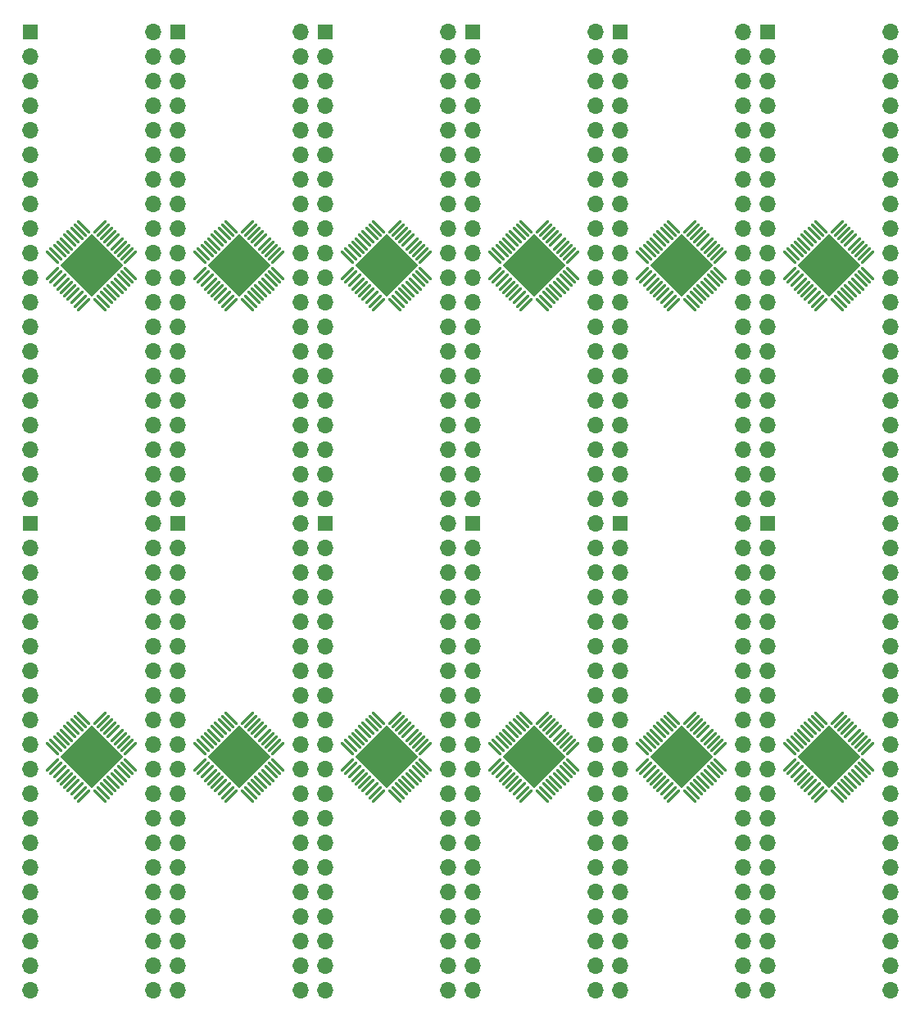
<source format=gts>
%TF.GenerationSoftware,KiCad,Pcbnew,7.0.6*%
%TF.CreationDate,2023-08-27T21:43:50+09:00*%
%TF.ProjectId,QFN40_6x6_DIP_panelized,51464e34-305f-4367-9836-5f4449505f70,rev?*%
%TF.SameCoordinates,Original*%
%TF.FileFunction,Soldermask,Top*%
%TF.FilePolarity,Negative*%
%FSLAX46Y46*%
G04 Gerber Fmt 4.6, Leading zero omitted, Abs format (unit mm)*
G04 Created by KiCad (PCBNEW 7.0.6) date 2023-08-27 21:43:50*
%MOMM*%
%LPD*%
G01*
G04 APERTURE LIST*
G04 Aperture macros list*
%AMRoundRect*
0 Rectangle with rounded corners*
0 $1 Rounding radius*
0 $2 $3 $4 $5 $6 $7 $8 $9 X,Y pos of 4 corners*
0 Add a 4 corners polygon primitive as box body*
4,1,4,$2,$3,$4,$5,$6,$7,$8,$9,$2,$3,0*
0 Add four circle primitives for the rounded corners*
1,1,$1+$1,$2,$3*
1,1,$1+$1,$4,$5*
1,1,$1+$1,$6,$7*
1,1,$1+$1,$8,$9*
0 Add four rect primitives between the rounded corners*
20,1,$1+$1,$2,$3,$4,$5,0*
20,1,$1+$1,$4,$5,$6,$7,0*
20,1,$1+$1,$6,$7,$8,$9,0*
20,1,$1+$1,$8,$9,$2,$3,0*%
%AMRotRect*
0 Rectangle, with rotation*
0 The origin of the aperture is its center*
0 $1 length*
0 $2 width*
0 $3 Rotation angle, in degrees counterclockwise*
0 Add horizontal line*
21,1,$1,$2,0,0,$3*%
G04 Aperture macros list end*
%ADD10R,1.600000X1.600000*%
%ADD11O,1.700000X1.700000*%
%ADD12RoundRect,0.062500X-0.645235X0.556847X0.556847X-0.645235X0.645235X-0.556847X-0.556847X0.645235X0*%
%ADD13RoundRect,0.062500X-0.645235X-0.556847X-0.556847X-0.645235X0.645235X0.556847X0.556847X0.645235X0*%
%ADD14RoundRect,0.800000X-1.697056X0.000000X0.000000X-1.697056X1.697056X0.000000X0.000000X1.697056X0*%
%ADD15RotRect,4.600000X4.600000X315.000000*%
G04 APERTURE END LIST*
D10*
X114300000Y-96520000D03*
D11*
X114300000Y-99060000D03*
X114300000Y-101600000D03*
X114300000Y-104140000D03*
X114300000Y-106680000D03*
X114300000Y-109220000D03*
X114300000Y-111760000D03*
X114300000Y-114300000D03*
X114300000Y-116840000D03*
X114300000Y-119380000D03*
X114300000Y-121920000D03*
X114300000Y-124460000D03*
X114300000Y-127000000D03*
X114300000Y-129540000D03*
X114300000Y-132080000D03*
X114300000Y-134620000D03*
X114300000Y-137160000D03*
X114300000Y-139700000D03*
X114300000Y-142240000D03*
X114300000Y-144780000D03*
X127000000Y-96520000D03*
X127000000Y-99060000D03*
X127000000Y-101600000D03*
X127000000Y-104140000D03*
X127000000Y-106680000D03*
X127000000Y-109220000D03*
X127000000Y-111760000D03*
X127000000Y-114300000D03*
X127000000Y-116840000D03*
X127000000Y-119380000D03*
X127000000Y-121920000D03*
X127000000Y-124460000D03*
X127000000Y-127000000D03*
X127000000Y-129540000D03*
X127000000Y-132080000D03*
X127000000Y-134620000D03*
X127000000Y-137160000D03*
X127000000Y-139700000D03*
X127000000Y-142240000D03*
X127000000Y-144780000D03*
D10*
X129540000Y-96520000D03*
D11*
X129540000Y-99060000D03*
X129540000Y-101600000D03*
X129540000Y-104140000D03*
X129540000Y-106680000D03*
X129540000Y-109220000D03*
X129540000Y-111760000D03*
X129540000Y-114300000D03*
X129540000Y-116840000D03*
X129540000Y-119380000D03*
X129540000Y-121920000D03*
X129540000Y-124460000D03*
X129540000Y-127000000D03*
X129540000Y-129540000D03*
X129540000Y-132080000D03*
X129540000Y-134620000D03*
X129540000Y-137160000D03*
X129540000Y-139700000D03*
X129540000Y-142240000D03*
X129540000Y-144780000D03*
X142240000Y-96520000D03*
X142240000Y-99060000D03*
X142240000Y-101600000D03*
X142240000Y-104140000D03*
X142240000Y-106680000D03*
X142240000Y-109220000D03*
X142240000Y-111760000D03*
X142240000Y-114300000D03*
X142240000Y-116840000D03*
X142240000Y-119380000D03*
X142240000Y-121920000D03*
X142240000Y-124460000D03*
X142240000Y-127000000D03*
X142240000Y-129540000D03*
X142240000Y-132080000D03*
X142240000Y-134620000D03*
X142240000Y-137160000D03*
X142240000Y-139700000D03*
X142240000Y-142240000D03*
X142240000Y-144780000D03*
D12*
X104570311Y-116628330D03*
X104216757Y-116981884D03*
X103863204Y-117335437D03*
X103509651Y-117688990D03*
X103156097Y-118042544D03*
X102802544Y-118396097D03*
X102448990Y-118749651D03*
X102095437Y-119103204D03*
X101741884Y-119456757D03*
X101388330Y-119810311D03*
D13*
X101388330Y-121489689D03*
X101741884Y-121843243D03*
X102095437Y-122196796D03*
X102448990Y-122550349D03*
X102802544Y-122903903D03*
X103156097Y-123257456D03*
X103509651Y-123611010D03*
X103863204Y-123964563D03*
X104216757Y-124318116D03*
X104570311Y-124671670D03*
D12*
X106249689Y-124671670D03*
X106603243Y-124318116D03*
X106956796Y-123964563D03*
X107310349Y-123611010D03*
X107663903Y-123257456D03*
X108017456Y-122903903D03*
X108371010Y-122550349D03*
X108724563Y-122196796D03*
X109078116Y-121843243D03*
X109431670Y-121489689D03*
D13*
X109431670Y-119810311D03*
X109078116Y-119456757D03*
X108724563Y-119103204D03*
X108371010Y-118749651D03*
X108017456Y-118396097D03*
X107663903Y-118042544D03*
X107310349Y-117688990D03*
X106956796Y-117335437D03*
X106603243Y-116981884D03*
X106249689Y-116628330D03*
D14*
X105410000Y-120650000D03*
D15*
X105410000Y-120650000D03*
D10*
X99060000Y-96520000D03*
D11*
X99060000Y-99060000D03*
X99060000Y-101600000D03*
X99060000Y-104140000D03*
X99060000Y-106680000D03*
X99060000Y-109220000D03*
X99060000Y-111760000D03*
X99060000Y-114300000D03*
X99060000Y-116840000D03*
X99060000Y-119380000D03*
X99060000Y-121920000D03*
X99060000Y-124460000D03*
X99060000Y-127000000D03*
X99060000Y-129540000D03*
X99060000Y-132080000D03*
X99060000Y-134620000D03*
X99060000Y-137160000D03*
X99060000Y-139700000D03*
X99060000Y-142240000D03*
X99060000Y-144780000D03*
X81280000Y-96520000D03*
X81280000Y-99060000D03*
X81280000Y-101600000D03*
X81280000Y-104140000D03*
X81280000Y-106680000D03*
X81280000Y-109220000D03*
X81280000Y-111760000D03*
X81280000Y-114300000D03*
X81280000Y-116840000D03*
X81280000Y-119380000D03*
X81280000Y-121920000D03*
X81280000Y-124460000D03*
X81280000Y-127000000D03*
X81280000Y-129540000D03*
X81280000Y-132080000D03*
X81280000Y-134620000D03*
X81280000Y-137160000D03*
X81280000Y-139700000D03*
X81280000Y-142240000D03*
X81280000Y-144780000D03*
D10*
X68580000Y-96520000D03*
D11*
X68580000Y-99060000D03*
X68580000Y-101600000D03*
X68580000Y-104140000D03*
X68580000Y-106680000D03*
X68580000Y-109220000D03*
X68580000Y-111760000D03*
X68580000Y-114300000D03*
X68580000Y-116840000D03*
X68580000Y-119380000D03*
X68580000Y-121920000D03*
X68580000Y-124460000D03*
X68580000Y-127000000D03*
X68580000Y-129540000D03*
X68580000Y-132080000D03*
X68580000Y-134620000D03*
X68580000Y-137160000D03*
X68580000Y-139700000D03*
X68580000Y-142240000D03*
X68580000Y-144780000D03*
D12*
X89330311Y-116628330D03*
X88976757Y-116981884D03*
X88623204Y-117335437D03*
X88269651Y-117688990D03*
X87916097Y-118042544D03*
X87562544Y-118396097D03*
X87208990Y-118749651D03*
X86855437Y-119103204D03*
X86501884Y-119456757D03*
X86148330Y-119810311D03*
D13*
X86148330Y-121489689D03*
X86501884Y-121843243D03*
X86855437Y-122196796D03*
X87208990Y-122550349D03*
X87562544Y-122903903D03*
X87916097Y-123257456D03*
X88269651Y-123611010D03*
X88623204Y-123964563D03*
X88976757Y-124318116D03*
X89330311Y-124671670D03*
D12*
X91009689Y-124671670D03*
X91363243Y-124318116D03*
X91716796Y-123964563D03*
X92070349Y-123611010D03*
X92423903Y-123257456D03*
X92777456Y-122903903D03*
X93131010Y-122550349D03*
X93484563Y-122196796D03*
X93838116Y-121843243D03*
X94191670Y-121489689D03*
D13*
X94191670Y-119810311D03*
X93838116Y-119456757D03*
X93484563Y-119103204D03*
X93131010Y-118749651D03*
X92777456Y-118396097D03*
X92423903Y-118042544D03*
X92070349Y-117688990D03*
X91716796Y-117335437D03*
X91363243Y-116981884D03*
X91009689Y-116628330D03*
D14*
X90170000Y-120650000D03*
D15*
X90170000Y-120650000D03*
D11*
X96520000Y-96520000D03*
X96520000Y-99060000D03*
X96520000Y-101600000D03*
X96520000Y-104140000D03*
X96520000Y-106680000D03*
X96520000Y-109220000D03*
X96520000Y-111760000D03*
X96520000Y-114300000D03*
X96520000Y-116840000D03*
X96520000Y-119380000D03*
X96520000Y-121920000D03*
X96520000Y-124460000D03*
X96520000Y-127000000D03*
X96520000Y-129540000D03*
X96520000Y-132080000D03*
X96520000Y-134620000D03*
X96520000Y-137160000D03*
X96520000Y-139700000D03*
X96520000Y-142240000D03*
X96520000Y-144780000D03*
D10*
X53340000Y-96520000D03*
D11*
X53340000Y-99060000D03*
X53340000Y-101600000D03*
X53340000Y-104140000D03*
X53340000Y-106680000D03*
X53340000Y-109220000D03*
X53340000Y-111760000D03*
X53340000Y-114300000D03*
X53340000Y-116840000D03*
X53340000Y-119380000D03*
X53340000Y-121920000D03*
X53340000Y-124460000D03*
X53340000Y-127000000D03*
X53340000Y-129540000D03*
X53340000Y-132080000D03*
X53340000Y-134620000D03*
X53340000Y-137160000D03*
X53340000Y-139700000D03*
X53340000Y-142240000D03*
X53340000Y-144780000D03*
D12*
X74090311Y-116628330D03*
X73736757Y-116981884D03*
X73383204Y-117335437D03*
X73029651Y-117688990D03*
X72676097Y-118042544D03*
X72322544Y-118396097D03*
X71968990Y-118749651D03*
X71615437Y-119103204D03*
X71261884Y-119456757D03*
X70908330Y-119810311D03*
D13*
X70908330Y-121489689D03*
X71261884Y-121843243D03*
X71615437Y-122196796D03*
X71968990Y-122550349D03*
X72322544Y-122903903D03*
X72676097Y-123257456D03*
X73029651Y-123611010D03*
X73383204Y-123964563D03*
X73736757Y-124318116D03*
X74090311Y-124671670D03*
D12*
X75769689Y-124671670D03*
X76123243Y-124318116D03*
X76476796Y-123964563D03*
X76830349Y-123611010D03*
X77183903Y-123257456D03*
X77537456Y-122903903D03*
X77891010Y-122550349D03*
X78244563Y-122196796D03*
X78598116Y-121843243D03*
X78951670Y-121489689D03*
D13*
X78951670Y-119810311D03*
X78598116Y-119456757D03*
X78244563Y-119103204D03*
X77891010Y-118749651D03*
X77537456Y-118396097D03*
X77183903Y-118042544D03*
X76830349Y-117688990D03*
X76476796Y-117335437D03*
X76123243Y-116981884D03*
X75769689Y-116628330D03*
D14*
X74930000Y-120650000D03*
D15*
X74930000Y-120650000D03*
D11*
X66040000Y-96520000D03*
X66040000Y-99060000D03*
X66040000Y-101600000D03*
X66040000Y-104140000D03*
X66040000Y-106680000D03*
X66040000Y-109220000D03*
X66040000Y-111760000D03*
X66040000Y-114300000D03*
X66040000Y-116840000D03*
X66040000Y-119380000D03*
X66040000Y-121920000D03*
X66040000Y-124460000D03*
X66040000Y-127000000D03*
X66040000Y-129540000D03*
X66040000Y-132080000D03*
X66040000Y-134620000D03*
X66040000Y-137160000D03*
X66040000Y-139700000D03*
X66040000Y-142240000D03*
X66040000Y-144780000D03*
X111760000Y-96520000D03*
X111760000Y-99060000D03*
X111760000Y-101600000D03*
X111760000Y-104140000D03*
X111760000Y-106680000D03*
X111760000Y-109220000D03*
X111760000Y-111760000D03*
X111760000Y-114300000D03*
X111760000Y-116840000D03*
X111760000Y-119380000D03*
X111760000Y-121920000D03*
X111760000Y-124460000D03*
X111760000Y-127000000D03*
X111760000Y-129540000D03*
X111760000Y-132080000D03*
X111760000Y-134620000D03*
X111760000Y-137160000D03*
X111760000Y-139700000D03*
X111760000Y-142240000D03*
X111760000Y-144780000D03*
D10*
X83820000Y-96520000D03*
D11*
X83820000Y-99060000D03*
X83820000Y-101600000D03*
X83820000Y-104140000D03*
X83820000Y-106680000D03*
X83820000Y-109220000D03*
X83820000Y-111760000D03*
X83820000Y-114300000D03*
X83820000Y-116840000D03*
X83820000Y-119380000D03*
X83820000Y-121920000D03*
X83820000Y-124460000D03*
X83820000Y-127000000D03*
X83820000Y-129540000D03*
X83820000Y-132080000D03*
X83820000Y-134620000D03*
X83820000Y-137160000D03*
X83820000Y-139700000D03*
X83820000Y-142240000D03*
X83820000Y-144780000D03*
D12*
X135050311Y-116628330D03*
X134696757Y-116981884D03*
X134343204Y-117335437D03*
X133989651Y-117688990D03*
X133636097Y-118042544D03*
X133282544Y-118396097D03*
X132928990Y-118749651D03*
X132575437Y-119103204D03*
X132221884Y-119456757D03*
X131868330Y-119810311D03*
D13*
X131868330Y-121489689D03*
X132221884Y-121843243D03*
X132575437Y-122196796D03*
X132928990Y-122550349D03*
X133282544Y-122903903D03*
X133636097Y-123257456D03*
X133989651Y-123611010D03*
X134343204Y-123964563D03*
X134696757Y-124318116D03*
X135050311Y-124671670D03*
D12*
X136729689Y-124671670D03*
X137083243Y-124318116D03*
X137436796Y-123964563D03*
X137790349Y-123611010D03*
X138143903Y-123257456D03*
X138497456Y-122903903D03*
X138851010Y-122550349D03*
X139204563Y-122196796D03*
X139558116Y-121843243D03*
X139911670Y-121489689D03*
D13*
X139911670Y-119810311D03*
X139558116Y-119456757D03*
X139204563Y-119103204D03*
X138851010Y-118749651D03*
X138497456Y-118396097D03*
X138143903Y-118042544D03*
X137790349Y-117688990D03*
X137436796Y-117335437D03*
X137083243Y-116981884D03*
X136729689Y-116628330D03*
D14*
X135890000Y-120650000D03*
D15*
X135890000Y-120650000D03*
D12*
X119810311Y-116628330D03*
X119456757Y-116981884D03*
X119103204Y-117335437D03*
X118749651Y-117688990D03*
X118396097Y-118042544D03*
X118042544Y-118396097D03*
X117688990Y-118749651D03*
X117335437Y-119103204D03*
X116981884Y-119456757D03*
X116628330Y-119810311D03*
D13*
X116628330Y-121489689D03*
X116981884Y-121843243D03*
X117335437Y-122196796D03*
X117688990Y-122550349D03*
X118042544Y-122903903D03*
X118396097Y-123257456D03*
X118749651Y-123611010D03*
X119103204Y-123964563D03*
X119456757Y-124318116D03*
X119810311Y-124671670D03*
D12*
X121489689Y-124671670D03*
X121843243Y-124318116D03*
X122196796Y-123964563D03*
X122550349Y-123611010D03*
X122903903Y-123257456D03*
X123257456Y-122903903D03*
X123611010Y-122550349D03*
X123964563Y-122196796D03*
X124318116Y-121843243D03*
X124671670Y-121489689D03*
D13*
X124671670Y-119810311D03*
X124318116Y-119456757D03*
X123964563Y-119103204D03*
X123611010Y-118749651D03*
X123257456Y-118396097D03*
X122903903Y-118042544D03*
X122550349Y-117688990D03*
X122196796Y-117335437D03*
X121843243Y-116981884D03*
X121489689Y-116628330D03*
D14*
X120650000Y-120650000D03*
D15*
X120650000Y-120650000D03*
D12*
X58850311Y-116628330D03*
X58496757Y-116981884D03*
X58143204Y-117335437D03*
X57789651Y-117688990D03*
X57436097Y-118042544D03*
X57082544Y-118396097D03*
X56728990Y-118749651D03*
X56375437Y-119103204D03*
X56021884Y-119456757D03*
X55668330Y-119810311D03*
D13*
X55668330Y-121489689D03*
X56021884Y-121843243D03*
X56375437Y-122196796D03*
X56728990Y-122550349D03*
X57082544Y-122903903D03*
X57436097Y-123257456D03*
X57789651Y-123611010D03*
X58143204Y-123964563D03*
X58496757Y-124318116D03*
X58850311Y-124671670D03*
D12*
X60529689Y-124671670D03*
X60883243Y-124318116D03*
X61236796Y-123964563D03*
X61590349Y-123611010D03*
X61943903Y-123257456D03*
X62297456Y-122903903D03*
X62651010Y-122550349D03*
X63004563Y-122196796D03*
X63358116Y-121843243D03*
X63711670Y-121489689D03*
D13*
X63711670Y-119810311D03*
X63358116Y-119456757D03*
X63004563Y-119103204D03*
X62651010Y-118749651D03*
X62297456Y-118396097D03*
X61943903Y-118042544D03*
X61590349Y-117688990D03*
X61236796Y-117335437D03*
X60883243Y-116981884D03*
X60529689Y-116628330D03*
D14*
X59690000Y-120650000D03*
D15*
X59690000Y-120650000D03*
D10*
X129540000Y-45720000D03*
D11*
X129540000Y-48260000D03*
X129540000Y-50800000D03*
X129540000Y-53340000D03*
X129540000Y-55880000D03*
X129540000Y-58420000D03*
X129540000Y-60960000D03*
X129540000Y-63500000D03*
X129540000Y-66040000D03*
X129540000Y-68580000D03*
X129540000Y-71120000D03*
X129540000Y-73660000D03*
X129540000Y-76200000D03*
X129540000Y-78740000D03*
X129540000Y-81280000D03*
X129540000Y-83820000D03*
X129540000Y-86360000D03*
X129540000Y-88900000D03*
X129540000Y-91440000D03*
X129540000Y-93980000D03*
X142240000Y-45720000D03*
X142240000Y-48260000D03*
X142240000Y-50800000D03*
X142240000Y-53340000D03*
X142240000Y-55880000D03*
X142240000Y-58420000D03*
X142240000Y-60960000D03*
X142240000Y-63500000D03*
X142240000Y-66040000D03*
X142240000Y-68580000D03*
X142240000Y-71120000D03*
X142240000Y-73660000D03*
X142240000Y-76200000D03*
X142240000Y-78740000D03*
X142240000Y-81280000D03*
X142240000Y-83820000D03*
X142240000Y-86360000D03*
X142240000Y-88900000D03*
X142240000Y-91440000D03*
X142240000Y-93980000D03*
D12*
X135050311Y-65828330D03*
X134696757Y-66181884D03*
X134343204Y-66535437D03*
X133989651Y-66888990D03*
X133636097Y-67242544D03*
X133282544Y-67596097D03*
X132928990Y-67949651D03*
X132575437Y-68303204D03*
X132221884Y-68656757D03*
X131868330Y-69010311D03*
D13*
X131868330Y-70689689D03*
X132221884Y-71043243D03*
X132575437Y-71396796D03*
X132928990Y-71750349D03*
X133282544Y-72103903D03*
X133636097Y-72457456D03*
X133989651Y-72811010D03*
X134343204Y-73164563D03*
X134696757Y-73518116D03*
X135050311Y-73871670D03*
D12*
X136729689Y-73871670D03*
X137083243Y-73518116D03*
X137436796Y-73164563D03*
X137790349Y-72811010D03*
X138143903Y-72457456D03*
X138497456Y-72103903D03*
X138851010Y-71750349D03*
X139204563Y-71396796D03*
X139558116Y-71043243D03*
X139911670Y-70689689D03*
D13*
X139911670Y-69010311D03*
X139558116Y-68656757D03*
X139204563Y-68303204D03*
X138851010Y-67949651D03*
X138497456Y-67596097D03*
X138143903Y-67242544D03*
X137790349Y-66888990D03*
X137436796Y-66535437D03*
X137083243Y-66181884D03*
X136729689Y-65828330D03*
D14*
X135890000Y-69850000D03*
D15*
X135890000Y-69850000D03*
D12*
X119810311Y-65828330D03*
X119456757Y-66181884D03*
X119103204Y-66535437D03*
X118749651Y-66888990D03*
X118396097Y-67242544D03*
X118042544Y-67596097D03*
X117688990Y-67949651D03*
X117335437Y-68303204D03*
X116981884Y-68656757D03*
X116628330Y-69010311D03*
D13*
X116628330Y-70689689D03*
X116981884Y-71043243D03*
X117335437Y-71396796D03*
X117688990Y-71750349D03*
X118042544Y-72103903D03*
X118396097Y-72457456D03*
X118749651Y-72811010D03*
X119103204Y-73164563D03*
X119456757Y-73518116D03*
X119810311Y-73871670D03*
D12*
X121489689Y-73871670D03*
X121843243Y-73518116D03*
X122196796Y-73164563D03*
X122550349Y-72811010D03*
X122903903Y-72457456D03*
X123257456Y-72103903D03*
X123611010Y-71750349D03*
X123964563Y-71396796D03*
X124318116Y-71043243D03*
X124671670Y-70689689D03*
D13*
X124671670Y-69010311D03*
X124318116Y-68656757D03*
X123964563Y-68303204D03*
X123611010Y-67949651D03*
X123257456Y-67596097D03*
X122903903Y-67242544D03*
X122550349Y-66888990D03*
X122196796Y-66535437D03*
X121843243Y-66181884D03*
X121489689Y-65828330D03*
D14*
X120650000Y-69850000D03*
D15*
X120650000Y-69850000D03*
D10*
X114300000Y-45720000D03*
D11*
X114300000Y-48260000D03*
X114300000Y-50800000D03*
X114300000Y-53340000D03*
X114300000Y-55880000D03*
X114300000Y-58420000D03*
X114300000Y-60960000D03*
X114300000Y-63500000D03*
X114300000Y-66040000D03*
X114300000Y-68580000D03*
X114300000Y-71120000D03*
X114300000Y-73660000D03*
X114300000Y-76200000D03*
X114300000Y-78740000D03*
X114300000Y-81280000D03*
X114300000Y-83820000D03*
X114300000Y-86360000D03*
X114300000Y-88900000D03*
X114300000Y-91440000D03*
X114300000Y-93980000D03*
X127000000Y-45720000D03*
X127000000Y-48260000D03*
X127000000Y-50800000D03*
X127000000Y-53340000D03*
X127000000Y-55880000D03*
X127000000Y-58420000D03*
X127000000Y-60960000D03*
X127000000Y-63500000D03*
X127000000Y-66040000D03*
X127000000Y-68580000D03*
X127000000Y-71120000D03*
X127000000Y-73660000D03*
X127000000Y-76200000D03*
X127000000Y-78740000D03*
X127000000Y-81280000D03*
X127000000Y-83820000D03*
X127000000Y-86360000D03*
X127000000Y-88900000D03*
X127000000Y-91440000D03*
X127000000Y-93980000D03*
D12*
X104570311Y-65828330D03*
X104216757Y-66181884D03*
X103863204Y-66535437D03*
X103509651Y-66888990D03*
X103156097Y-67242544D03*
X102802544Y-67596097D03*
X102448990Y-67949651D03*
X102095437Y-68303204D03*
X101741884Y-68656757D03*
X101388330Y-69010311D03*
D13*
X101388330Y-70689689D03*
X101741884Y-71043243D03*
X102095437Y-71396796D03*
X102448990Y-71750349D03*
X102802544Y-72103903D03*
X103156097Y-72457456D03*
X103509651Y-72811010D03*
X103863204Y-73164563D03*
X104216757Y-73518116D03*
X104570311Y-73871670D03*
D12*
X106249689Y-73871670D03*
X106603243Y-73518116D03*
X106956796Y-73164563D03*
X107310349Y-72811010D03*
X107663903Y-72457456D03*
X108017456Y-72103903D03*
X108371010Y-71750349D03*
X108724563Y-71396796D03*
X109078116Y-71043243D03*
X109431670Y-70689689D03*
D13*
X109431670Y-69010311D03*
X109078116Y-68656757D03*
X108724563Y-68303204D03*
X108371010Y-67949651D03*
X108017456Y-67596097D03*
X107663903Y-67242544D03*
X107310349Y-66888990D03*
X106956796Y-66535437D03*
X106603243Y-66181884D03*
X106249689Y-65828330D03*
D14*
X105410000Y-69850000D03*
D15*
X105410000Y-69850000D03*
D11*
X111760000Y-45720000D03*
X111760000Y-48260000D03*
X111760000Y-50800000D03*
X111760000Y-53340000D03*
X111760000Y-55880000D03*
X111760000Y-58420000D03*
X111760000Y-60960000D03*
X111760000Y-63500000D03*
X111760000Y-66040000D03*
X111760000Y-68580000D03*
X111760000Y-71120000D03*
X111760000Y-73660000D03*
X111760000Y-76200000D03*
X111760000Y-78740000D03*
X111760000Y-81280000D03*
X111760000Y-83820000D03*
X111760000Y-86360000D03*
X111760000Y-88900000D03*
X111760000Y-91440000D03*
X111760000Y-93980000D03*
D10*
X99060000Y-45720000D03*
D11*
X99060000Y-48260000D03*
X99060000Y-50800000D03*
X99060000Y-53340000D03*
X99060000Y-55880000D03*
X99060000Y-58420000D03*
X99060000Y-60960000D03*
X99060000Y-63500000D03*
X99060000Y-66040000D03*
X99060000Y-68580000D03*
X99060000Y-71120000D03*
X99060000Y-73660000D03*
X99060000Y-76200000D03*
X99060000Y-78740000D03*
X99060000Y-81280000D03*
X99060000Y-83820000D03*
X99060000Y-86360000D03*
X99060000Y-88900000D03*
X99060000Y-91440000D03*
X99060000Y-93980000D03*
X96520000Y-45720000D03*
X96520000Y-48260000D03*
X96520000Y-50800000D03*
X96520000Y-53340000D03*
X96520000Y-55880000D03*
X96520000Y-58420000D03*
X96520000Y-60960000D03*
X96520000Y-63500000D03*
X96520000Y-66040000D03*
X96520000Y-68580000D03*
X96520000Y-71120000D03*
X96520000Y-73660000D03*
X96520000Y-76200000D03*
X96520000Y-78740000D03*
X96520000Y-81280000D03*
X96520000Y-83820000D03*
X96520000Y-86360000D03*
X96520000Y-88900000D03*
X96520000Y-91440000D03*
X96520000Y-93980000D03*
D10*
X83820000Y-45720000D03*
D11*
X83820000Y-48260000D03*
X83820000Y-50800000D03*
X83820000Y-53340000D03*
X83820000Y-55880000D03*
X83820000Y-58420000D03*
X83820000Y-60960000D03*
X83820000Y-63500000D03*
X83820000Y-66040000D03*
X83820000Y-68580000D03*
X83820000Y-71120000D03*
X83820000Y-73660000D03*
X83820000Y-76200000D03*
X83820000Y-78740000D03*
X83820000Y-81280000D03*
X83820000Y-83820000D03*
X83820000Y-86360000D03*
X83820000Y-88900000D03*
X83820000Y-91440000D03*
X83820000Y-93980000D03*
D12*
X89330311Y-65828330D03*
X88976757Y-66181884D03*
X88623204Y-66535437D03*
X88269651Y-66888990D03*
X87916097Y-67242544D03*
X87562544Y-67596097D03*
X87208990Y-67949651D03*
X86855437Y-68303204D03*
X86501884Y-68656757D03*
X86148330Y-69010311D03*
D13*
X86148330Y-70689689D03*
X86501884Y-71043243D03*
X86855437Y-71396796D03*
X87208990Y-71750349D03*
X87562544Y-72103903D03*
X87916097Y-72457456D03*
X88269651Y-72811010D03*
X88623204Y-73164563D03*
X88976757Y-73518116D03*
X89330311Y-73871670D03*
D12*
X91009689Y-73871670D03*
X91363243Y-73518116D03*
X91716796Y-73164563D03*
X92070349Y-72811010D03*
X92423903Y-72457456D03*
X92777456Y-72103903D03*
X93131010Y-71750349D03*
X93484563Y-71396796D03*
X93838116Y-71043243D03*
X94191670Y-70689689D03*
D13*
X94191670Y-69010311D03*
X93838116Y-68656757D03*
X93484563Y-68303204D03*
X93131010Y-67949651D03*
X92777456Y-67596097D03*
X92423903Y-67242544D03*
X92070349Y-66888990D03*
X91716796Y-66535437D03*
X91363243Y-66181884D03*
X91009689Y-65828330D03*
D14*
X90170000Y-69850000D03*
D15*
X90170000Y-69850000D03*
D10*
X68580000Y-45720000D03*
D11*
X68580000Y-48260000D03*
X68580000Y-50800000D03*
X68580000Y-53340000D03*
X68580000Y-55880000D03*
X68580000Y-58420000D03*
X68580000Y-60960000D03*
X68580000Y-63500000D03*
X68580000Y-66040000D03*
X68580000Y-68580000D03*
X68580000Y-71120000D03*
X68580000Y-73660000D03*
X68580000Y-76200000D03*
X68580000Y-78740000D03*
X68580000Y-81280000D03*
X68580000Y-83820000D03*
X68580000Y-86360000D03*
X68580000Y-88900000D03*
X68580000Y-91440000D03*
X68580000Y-93980000D03*
X81280000Y-45720000D03*
X81280000Y-48260000D03*
X81280000Y-50800000D03*
X81280000Y-53340000D03*
X81280000Y-55880000D03*
X81280000Y-58420000D03*
X81280000Y-60960000D03*
X81280000Y-63500000D03*
X81280000Y-66040000D03*
X81280000Y-68580000D03*
X81280000Y-71120000D03*
X81280000Y-73660000D03*
X81280000Y-76200000D03*
X81280000Y-78740000D03*
X81280000Y-81280000D03*
X81280000Y-83820000D03*
X81280000Y-86360000D03*
X81280000Y-88900000D03*
X81280000Y-91440000D03*
X81280000Y-93980000D03*
D12*
X74090311Y-65828330D03*
X73736757Y-66181884D03*
X73383204Y-66535437D03*
X73029651Y-66888990D03*
X72676097Y-67242544D03*
X72322544Y-67596097D03*
X71968990Y-67949651D03*
X71615437Y-68303204D03*
X71261884Y-68656757D03*
X70908330Y-69010311D03*
D13*
X70908330Y-70689689D03*
X71261884Y-71043243D03*
X71615437Y-71396796D03*
X71968990Y-71750349D03*
X72322544Y-72103903D03*
X72676097Y-72457456D03*
X73029651Y-72811010D03*
X73383204Y-73164563D03*
X73736757Y-73518116D03*
X74090311Y-73871670D03*
D12*
X75769689Y-73871670D03*
X76123243Y-73518116D03*
X76476796Y-73164563D03*
X76830349Y-72811010D03*
X77183903Y-72457456D03*
X77537456Y-72103903D03*
X77891010Y-71750349D03*
X78244563Y-71396796D03*
X78598116Y-71043243D03*
X78951670Y-70689689D03*
D13*
X78951670Y-69010311D03*
X78598116Y-68656757D03*
X78244563Y-68303204D03*
X77891010Y-67949651D03*
X77537456Y-67596097D03*
X77183903Y-67242544D03*
X76830349Y-66888990D03*
X76476796Y-66535437D03*
X76123243Y-66181884D03*
X75769689Y-65828330D03*
D14*
X74930000Y-69850000D03*
D15*
X74930000Y-69850000D03*
D10*
X53340000Y-45720000D03*
D11*
X53340000Y-48260000D03*
X53340000Y-50800000D03*
X53340000Y-53340000D03*
X53340000Y-55880000D03*
X53340000Y-58420000D03*
X53340000Y-60960000D03*
X53340000Y-63500000D03*
X53340000Y-66040000D03*
X53340000Y-68580000D03*
X53340000Y-71120000D03*
X53340000Y-73660000D03*
X53340000Y-76200000D03*
X53340000Y-78740000D03*
X53340000Y-81280000D03*
X53340000Y-83820000D03*
X53340000Y-86360000D03*
X53340000Y-88900000D03*
X53340000Y-91440000D03*
X53340000Y-93980000D03*
X66040000Y-45720000D03*
X66040000Y-48260000D03*
X66040000Y-50800000D03*
X66040000Y-53340000D03*
X66040000Y-55880000D03*
X66040000Y-58420000D03*
X66040000Y-60960000D03*
X66040000Y-63500000D03*
X66040000Y-66040000D03*
X66040000Y-68580000D03*
X66040000Y-71120000D03*
X66040000Y-73660000D03*
X66040000Y-76200000D03*
X66040000Y-78740000D03*
X66040000Y-81280000D03*
X66040000Y-83820000D03*
X66040000Y-86360000D03*
X66040000Y-88900000D03*
X66040000Y-91440000D03*
X66040000Y-93980000D03*
D12*
X58850311Y-65828330D03*
X58496757Y-66181884D03*
X58143204Y-66535437D03*
X57789651Y-66888990D03*
X57436097Y-67242544D03*
X57082544Y-67596097D03*
X56728990Y-67949651D03*
X56375437Y-68303204D03*
X56021884Y-68656757D03*
X55668330Y-69010311D03*
D13*
X55668330Y-70689689D03*
X56021884Y-71043243D03*
X56375437Y-71396796D03*
X56728990Y-71750349D03*
X57082544Y-72103903D03*
X57436097Y-72457456D03*
X57789651Y-72811010D03*
X58143204Y-73164563D03*
X58496757Y-73518116D03*
X58850311Y-73871670D03*
D12*
X60529689Y-73871670D03*
X60883243Y-73518116D03*
X61236796Y-73164563D03*
X61590349Y-72811010D03*
X61943903Y-72457456D03*
X62297456Y-72103903D03*
X62651010Y-71750349D03*
X63004563Y-71396796D03*
X63358116Y-71043243D03*
X63711670Y-70689689D03*
D13*
X63711670Y-69010311D03*
X63358116Y-68656757D03*
X63004563Y-68303204D03*
X62651010Y-67949651D03*
X62297456Y-67596097D03*
X61943903Y-67242544D03*
X61590349Y-66888990D03*
X61236796Y-66535437D03*
X60883243Y-66181884D03*
X60529689Y-65828330D03*
D14*
X59690000Y-69850000D03*
D15*
X59690000Y-69850000D03*
M02*

</source>
